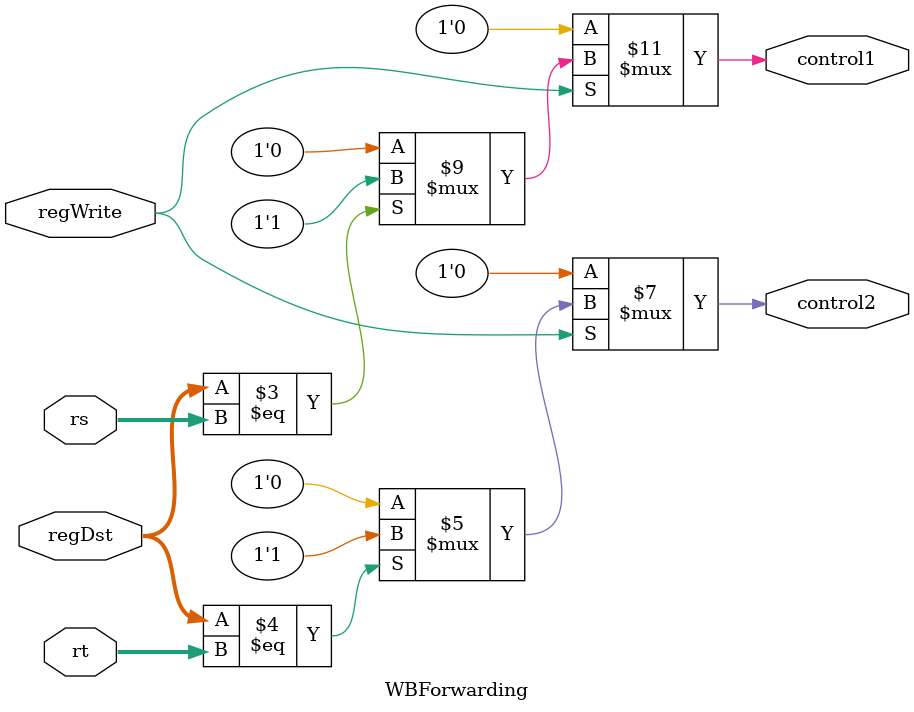
<source format=v>
`timescale 1ns / 1ps

/************************************************************
*
* Filename: WBForwarding.v
*
* Author: Thomas Gansheimer
* 
* Implements forwarding from WB stage
*
************************************************************/

module WBForwarding(regWrite, regDst, rs, rt, control1, control2);
    input regWrite;
    input [4:0] regDst, rs, rt;
    output reg control1, control2;
    
    always @* begin
        control1 <= 1'b0; control2 <= 1'b0;
        if(regWrite == 1'b1)begin
            if(regDst == rs)begin
                control1 <= 1'b1;
            end
            if(regDst == rt)begin
                control2 <= 1'b1;
            end
        end
    end
endmodule

</source>
